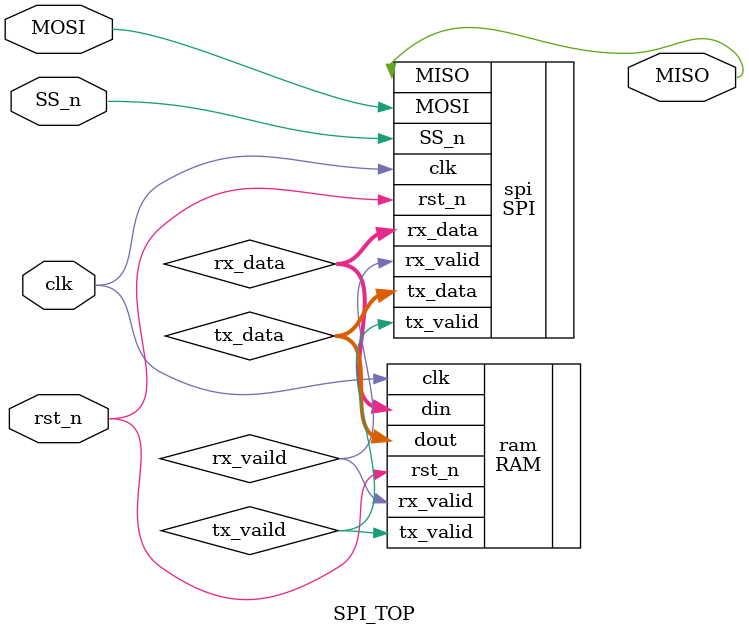
<source format=v>
module SPI_TOP(MOSI,SS_n,clk,rst_n,MISO);
parameter rx_data_width = 10;
parameter tx_data_width = 8;
parameter mem_depth=256 ;
parameter addr_size=8 ;
/***********************ports**********************/ 
input MOSI,SS_n,clk,rst_n;
output  MISO;
/******************internal signals*****************/
wire [rx_data_width-1:0] rx_data;
wire rx_vaild,tx_vaild;
wire [tx_data_width-1:0] tx_data;
/********************connect modules*****************/
RAM  ram(.din(rx_data)  , .clk(clk) , .rst_n(rst_n) , .rx_valid(rx_vaild) , .tx_valid(tx_vaild), .dout(tx_data) );
SPI spi(.MOSI(MOSI),.MISO(MISO),.SS_n(SS_n),.clk(clk),.rst_n(rst_n),.tx_valid(tx_vaild),.tx_data(tx_data),.rx_valid(rx_vaild),.rx_data(rx_data));

endmodule

</source>
